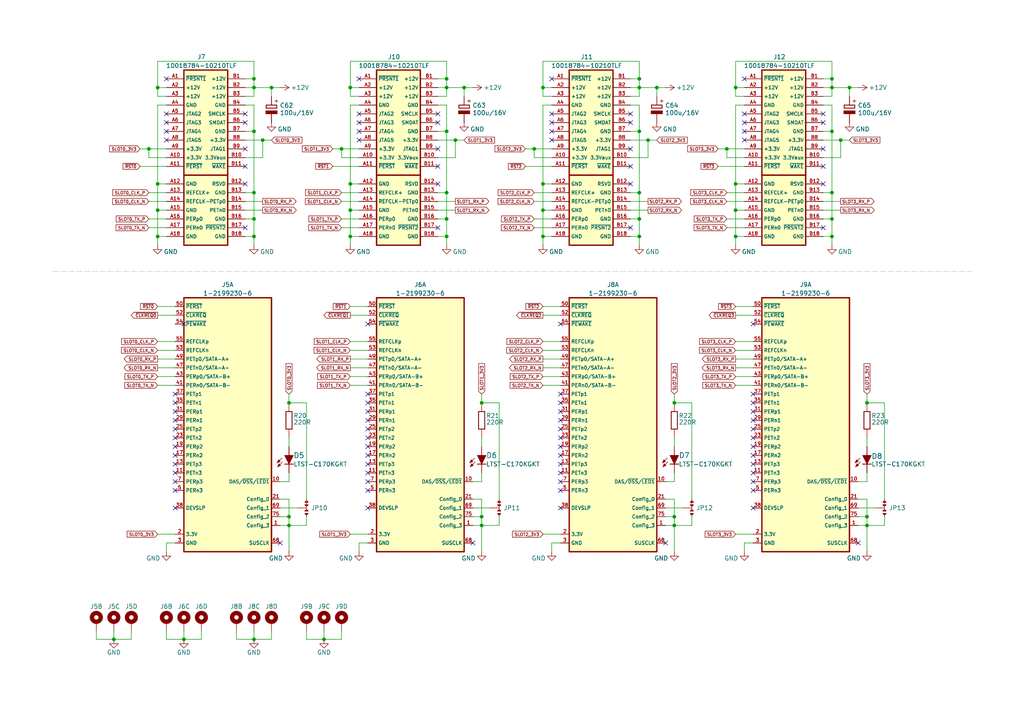
<source format=kicad_sch>
(kicad_sch (version 20231120) (generator "eeschema") (generator_version "8.0")
  (paper "A4")
  (title_block (date "2025-01-28") (rev "r1B1") (company "Chili.CHIPS"))
  (junction (at 73.66 22.86))
  (junction (at 185.42 25.4))
  (junction (at 246.38 25.4))
  (junction (at 99.06 43.18))
  (junction (at 139.7 149.86))
  (junction (at 195.58 152.4))
  (junction (at 45.72 60.96))
  (junction (at 101.6 60.96))
  (junction (at 129.54 38.1))
  (junction (at 157.48 60.96))
  (junction (at 129.54 55.88))
  (junction (at 157.48 25.4))
  (junction (at 73.66 25.4))
  (junction (at 251.46 152.4))
  (junction (at 83.82 152.4))
  (junction (at 251.46 116.84))
  (junction (at 129.54 25.4))
  (junction (at 134.62 25.4))
  (junction (at 213.36 60.96))
  (junction (at 190.5 25.4))
  (junction (at 241.3 22.86))
  (junction (at 213.36 25.4))
  (junction (at 45.72 25.4))
  (junction (at 241.3 55.88))
  (junction (at 139.7 116.84))
  (junction (at 185.42 38.1))
  (junction (at 185.42 22.86))
  (junction (at 73.66 68.58))
  (junction (at 213.36 68.58))
  (junction (at 83.82 116.84))
  (junction (at 101.6 68.58))
  (junction (at 195.58 149.86))
  (junction (at 241.3 63.5))
  (junction (at 129.54 68.58))
  (junction (at 185.42 55.88))
  (junction (at 241.3 25.4))
  (junction (at 210.82 43.18))
  (junction (at 101.6 25.4))
  (junction (at 157.48 68.58))
  (junction (at 157.48 53.34))
  (junction (at 195.58 116.84))
  (junction (at 78.74 25.4))
  (junction (at 73.66 55.88))
  (junction (at 33.02 185.42))
  (junction (at 129.54 63.5))
  (junction (at 154.94 43.18))
  (junction (at 73.66 63.5))
  (junction (at 45.72 53.34))
  (junction (at 53.34 185.42))
  (junction (at 185.42 63.5))
  (junction (at 243.84 40.64))
  (junction (at 43.18 43.18))
  (junction (at 132.08 40.64))
  (junction (at 45.72 68.58))
  (junction (at 73.66 38.1))
  (junction (at 76.2 40.64))
  (junction (at 101.6 53.34))
  (junction (at 185.42 68.58))
  (junction (at 129.54 22.86))
  (junction (at 93.98 185.42))
  (junction (at 241.3 38.1))
  (junction (at 139.7 152.4))
  (junction (at 73.66 185.42))
  (junction (at 251.46 149.86))
  (junction (at 83.82 149.86))
  (junction (at 241.3 68.58))
  (junction (at 213.36 53.34))
  (junction (at 187.96 40.64))
  (no_connect (at 218.44 147.32))
  (no_connect (at 71.12 53.34))
  (no_connect (at 182.88 33.02))
  (no_connect (at 162.56 142.24))
  (no_connect (at 182.88 43.18))
  (no_connect (at 106.68 119.38))
  (no_connect (at 160.02 35.56))
  (no_connect (at 50.8 134.62))
  (no_connect (at 127 48.26))
  (no_connect (at 238.76 53.34))
  (no_connect (at 48.26 40.64))
  (no_connect (at 137.16 157.48))
  (no_connect (at 160.02 22.86))
  (no_connect (at 218.44 132.08))
  (no_connect (at 218.44 137.16))
  (no_connect (at 218.44 114.3))
  (no_connect (at 50.8 119.38))
  (no_connect (at 106.68 93.98))
  (no_connect (at 182.88 53.34))
  (no_connect (at 162.56 137.16))
  (no_connect (at 50.8 132.08))
  (no_connect (at 160.02 38.1))
  (no_connect (at 162.56 121.92))
  (no_connect (at 104.14 33.02))
  (no_connect (at 50.8 116.84))
  (no_connect (at 162.56 93.98))
  (no_connect (at 193.04 157.48))
  (no_connect (at 50.8 124.46))
  (no_connect (at 48.26 38.1))
  (no_connect (at 106.68 142.24))
  (no_connect (at 182.88 66.04))
  (no_connect (at 162.56 124.46))
  (no_connect (at 127 33.02))
  (no_connect (at 162.56 114.3))
  (no_connect (at 215.9 40.64))
  (no_connect (at 162.56 134.62))
  (no_connect (at 71.12 48.26))
  (no_connect (at 48.26 35.56))
  (no_connect (at 162.56 147.32))
  (no_connect (at 50.8 129.54))
  (no_connect (at 106.68 134.62))
  (no_connect (at 71.12 43.18))
  (no_connect (at 162.56 116.84))
  (no_connect (at 215.9 38.1))
  (no_connect (at 50.8 127))
  (no_connect (at 106.68 137.16))
  (no_connect (at 53.34 93.98))
  (no_connect (at 104.14 22.86))
  (no_connect (at 215.9 33.02))
  (no_connect (at 127 43.18))
  (no_connect (at 50.8 114.3))
  (no_connect (at 238.76 35.56))
  (no_connect (at 106.68 129.54))
  (no_connect (at 160.02 40.64))
  (no_connect (at 48.26 33.02))
  (no_connect (at 106.68 132.08))
  (no_connect (at 182.88 35.56))
  (no_connect (at 218.44 116.84))
  (no_connect (at 127 35.56))
  (no_connect (at 81.28 157.48))
  (no_connect (at 71.12 33.02))
  (no_connect (at 106.68 114.3))
  (no_connect (at 104.14 38.1))
  (no_connect (at 218.44 93.98))
  (no_connect (at 218.44 129.54))
  (no_connect (at 215.9 35.56))
  (no_connect (at 218.44 127))
  (no_connect (at 104.14 35.56))
  (no_connect (at 50.8 137.16))
  (no_connect (at 218.44 121.92))
  (no_connect (at 106.68 127))
  (no_connect (at 182.88 48.26))
  (no_connect (at 106.68 124.46))
  (no_connect (at 162.56 127))
  (no_connect (at 50.8 121.92))
  (no_connect (at 71.12 66.04))
  (no_connect (at 162.56 139.7))
  (no_connect (at 238.76 48.26))
  (no_connect (at 218.44 134.62))
  (no_connect (at 50.8 139.7))
  (no_connect (at 71.12 35.56))
  (no_connect (at 106.68 121.92))
  (no_connect (at 248.92 157.48))
  (no_connect (at 104.14 40.64))
  (no_connect (at 218.44 124.46))
  (no_connect (at 218.44 142.24))
  (no_connect (at 238.76 33.02))
  (no_connect (at 162.56 129.54))
  (no_connect (at 162.56 132.08))
  (no_connect (at 238.76 43.18))
  (no_connect (at 218.44 139.7))
  (no_connect (at 127 53.34))
  (no_connect (at 160.02 33.02))
  (no_connect (at 106.68 139.7))
  (no_connect (at 162.56 119.38))
  (no_connect (at 238.76 66.04))
  (no_connect (at 48.26 22.86))
  (no_connect (at 218.44 119.38))
  (no_connect (at 50.8 142.24))
  (no_connect (at 215.9 22.86))
  (no_connect (at 127 66.04))
  (no_connect (at 50.8 147.32))
  (no_connect (at 106.68 116.84))
  (no_connect (at 106.68 147.32))
  (wire (pts (xy 129.54 68.58) (xy 129.54 63.5)))
  (wire (pts (xy 78.74 182.88) (xy 78.74 185.42)))
  (wire (pts (xy 50.8 157.48) (xy 48.26 157.48)))
  (wire (pts (xy 241.3 22.86) (xy 241.3 17.78)))
  (wire (pts (xy 73.66 38.1) (xy 73.66 55.88)))
  (wire (pts (xy 241.3 68.58) (xy 241.3 71.12)))
  (wire (pts (xy 215.9 27.94) (xy 213.36 27.94)))
  (wire (pts (xy 243.84 45.72) (xy 238.76 45.72)))
  (wire (pts (xy 193.04 144.78) (xy 195.58 144.78)))
  (wire (pts (xy 200.66 116.84) (xy 200.66 144.78)))
  (wire (pts (xy 129.54 22.86) (xy 129.54 25.4)))
  (wire (pts (xy 104.14 27.94) (xy 101.6 27.94)))
  (wire (pts (xy 185.42 38.1) (xy 182.88 38.1)))
  (wire (pts (xy 160.02 30.48) (xy 157.48 30.48)))
  (wire (pts (xy 251.46 116.84) (xy 256.54 116.84)))
  (wire (pts (xy 83.82 149.86) (xy 83.82 152.4)))
  (wire (pts (xy 43.18 45.72) (xy 48.26 45.72)))
  (wire (pts (xy 129.54 30.48) (xy 129.54 38.1)))
  (wire (pts (xy 88.9 116.84) (xy 88.9 144.78)))
  (wire (pts (xy 215.9 53.34) (xy 213.36 53.34)))
  (wire (pts (xy 83.82 144.78) (xy 83.82 149.86)))
  (wire (pts (xy 132.08 45.72) (xy 127 45.72)))
  (wire (pts (xy 157.48 60.96) (xy 157.48 68.58)))
  (wire (pts (xy 45.72 106.68) (xy 50.8 106.68)))
  (wire (pts (xy 213.36 68.58) (xy 213.36 71.12)))
  (wire (pts (xy 33.02 185.42) (xy 38.1 185.42)))
  (wire (pts (xy 93.98 185.42) (xy 99.06 185.42)))
  (wire (pts (xy 104.14 48.26) (xy 96.52 48.26)))
  (wire (pts (xy 139.7 114.3) (xy 139.7 116.84)))
  (wire (pts (xy 73.66 68.58) (xy 73.66 71.12)))
  (wire (pts (xy 218.44 88.9) (xy 213.36 88.9)))
  (wire (pts (xy 129.54 17.78) (xy 101.6 17.78)))
  (wire (pts (xy 129.54 27.94) (xy 127 27.94)))
  (wire (pts (xy 139.7 152.4) (xy 139.7 160.02)))
  (wire (pts (xy 45.72 60.96) (xy 48.26 60.96)))
  (wire (pts (xy 210.82 58.42) (xy 215.9 58.42)))
  (wire (pts (xy 241.3 17.78) (xy 213.36 17.78)))
  (wire (pts (xy 185.42 55.88) (xy 185.42 63.5)))
  (wire (pts (xy 99.06 55.88) (xy 104.14 55.88)))
  (wire (pts (xy 241.3 22.86) (xy 241.3 25.4)))
  (wire (pts (xy 71.12 30.48) (xy 73.66 30.48)))
  (wire (pts (xy 248.92 147.32) (xy 254 147.32)))
  (wire (pts (xy 45.72 101.6) (xy 50.8 101.6)))
  (wire (pts (xy 88.9 182.88) (xy 88.9 185.42)))
  (wire (pts (xy 101.6 60.96) (xy 104.14 60.96)))
  (wire (pts (xy 160.02 43.18) (xy 154.94 43.18)))
  (wire (pts (xy 157.48 68.58) (xy 160.02 68.58)))
  (wire (pts (xy 139.7 149.86) (xy 139.7 152.4)))
  (wire (pts (xy 215.9 48.26) (xy 208.28 48.26)))
  (wire (pts (xy 101.6 109.22) (xy 106.68 109.22)))
  (wire (pts (xy 104.14 25.4) (xy 101.6 25.4)))
  (wire (pts (xy 137.16 25.4) (xy 134.62 25.4)))
  (wire (pts (xy 48.26 182.88) (xy 48.26 185.42)))
  (wire (pts (xy 83.82 152.4) (xy 88.9 152.4)))
  (wire (pts (xy 78.74 25.4) (xy 78.74 27.94)))
  (wire (pts (xy 129.54 38.1) (xy 129.54 55.88)))
  (wire (pts (xy 101.6 27.94) (xy 101.6 25.4)))
  (wire (pts (xy 73.66 22.86) (xy 73.66 17.78)))
  (wire (pts (xy 213.36 91.44) (xy 218.44 91.44)))
  (wire (pts (xy 248.92 149.86) (xy 251.46 149.86)))
  (wire (pts (xy 185.42 68.58) (xy 185.42 71.12)))
  (wire (pts (xy 185.42 30.48) (xy 185.42 38.1)))
  (wire (pts (xy 190.5 25.4) (xy 190.5 27.94)))
  (wire (pts (xy 45.72 30.48) (xy 45.72 53.34)))
  (wire (pts (xy 185.42 22.86) (xy 185.42 17.78)))
  (wire (pts (xy 157.48 104.14) (xy 162.56 104.14)))
  (wire (pts (xy 238.76 60.96) (xy 243.84 60.96)))
  (wire (pts (xy 81.28 147.32) (xy 86.36 147.32)))
  (wire (pts (xy 190.5 25.4) (xy 185.42 25.4)))
  (wire (pts (xy 71.12 60.96) (xy 76.2 60.96)))
  (wire (pts (xy 129.54 55.88) (xy 127 55.88)))
  (wire (pts (xy 218.44 157.48) (xy 215.9 157.48)))
  (wire (pts (xy 215.9 30.48) (xy 213.36 30.48)))
  (wire (pts (xy 81.28 144.78) (xy 83.82 144.78)))
  (wire (pts (xy 99.06 45.72) (xy 104.14 45.72)))
  (wire (pts (xy 213.36 99.06) (xy 218.44 99.06)))
  (wire (pts (xy 139.7 127) (xy 139.7 129.54)))
  (wire (pts (xy 213.36 30.48) (xy 213.36 53.34)))
  (wire (pts (xy 101.6 106.68) (xy 106.68 106.68)))
  (wire (pts (xy 73.66 185.42) (xy 78.74 185.42)))
  (wire (pts (xy 157.48 91.44) (xy 162.56 91.44)))
  (wire (pts (xy 213.36 53.34) (xy 213.36 60.96)))
  (wire (pts (xy 104.14 53.34) (xy 101.6 53.34)))
  (wire (pts (xy 101.6 30.48) (xy 101.6 53.34)))
  (wire (pts (xy 73.66 68.58) (xy 73.66 63.5)))
  (wire (pts (xy 73.66 17.78) (xy 45.72 17.78)))
  (wire (pts (xy 58.42 182.88) (xy 58.42 185.42)))
  (wire (pts (xy 154.94 55.88) (xy 160.02 55.88)))
  (wire (pts (xy 45.72 91.44) (xy 50.8 91.44)))
  (wire (pts (xy 241.3 55.88) (xy 238.76 55.88)))
  (wire (pts (xy 27.94 182.88) (xy 27.94 185.42)))
  (wire (pts (xy 215.9 43.18) (xy 210.82 43.18)))
  (wire (pts (xy 157.48 109.22) (xy 162.56 109.22)))
  (wire (pts (xy 83.82 152.4) (xy 83.82 160.02)))
  (wire (pts (xy 154.94 66.04) (xy 160.02 66.04)))
  (wire (pts (xy 73.66 55.88) (xy 71.12 55.88)))
  (wire (pts (xy 251.46 152.4) (xy 256.54 152.4)))
  (wire (pts (xy 93.98 182.88) (xy 93.98 185.42)))
  (wire (pts (xy 104.14 43.18) (xy 99.06 43.18)))
  (wire (pts (xy 134.62 40.64) (xy 132.08 40.64)))
  (wire (pts (xy 160.02 53.34) (xy 157.48 53.34)))
  (wire (pts (xy 73.66 25.4) (xy 71.12 25.4)))
  (wire (pts (xy 73.66 22.86) (xy 71.12 22.86)))
  (wire (pts (xy 45.72 60.96) (xy 45.72 68.58)))
  (wire (pts (xy 182.88 63.5) (xy 185.42 63.5)))
  (wire (pts (xy 101.6 68.58) (xy 101.6 71.12)))
  (wire (pts (xy 45.72 27.94) (xy 45.72 25.4)))
  (wire (pts (xy 193.04 25.4) (xy 190.5 25.4)))
  (wire (pts (xy 83.82 116.84) (xy 88.9 116.84)))
  (wire (pts (xy 45.72 53.34) (xy 45.72 60.96)))
  (wire (pts (xy 152.4 43.18) (xy 154.94 43.18)))
  (wire (pts (xy 157.48 60.96) (xy 160.02 60.96)))
  (wire (pts (xy 53.34 185.42) (xy 58.42 185.42)))
  (wire (pts (xy 127 30.48) (xy 129.54 30.48)))
  (wire (pts (xy 45.72 68.58) (xy 48.26 68.58)))
  (wire (pts (xy 88.9 185.42) (xy 93.98 185.42)))
  (wire (pts (xy 73.66 25.4) (xy 73.66 27.94)))
  (wire (pts (xy 256.54 152.4) (xy 256.54 149.86)))
  (wire (pts (xy 45.72 111.76) (xy 50.8 111.76)))
  (wire (pts (xy 195.58 127) (xy 195.58 129.54)))
  (wire (pts (xy 195.58 149.86) (xy 195.58 152.4)))
  (wire (pts (xy 182.88 60.96) (xy 187.96 60.96)))
  (wire (pts (xy 101.6 68.58) (xy 104.14 68.58)))
  (wire (pts (xy 129.54 38.1) (xy 127 38.1)))
  (wire (pts (xy 187.96 40.64) (xy 187.96 45.72)))
  (wire (pts (xy 129.54 22.86) (xy 127 22.86)))
  (wire (pts (xy 73.66 55.88) (xy 73.66 63.5)))
  (wire (pts (xy 241.3 68.58) (xy 241.3 63.5)))
  (wire (pts (xy 48.26 43.18) (xy 43.18 43.18)))
  (wire (pts (xy 160.02 27.94) (xy 157.48 27.94)))
  (wire (pts (xy 83.82 139.7) (xy 83.82 137.16)))
  (wire (pts (xy 241.3 55.88) (xy 241.3 63.5)))
  (wire (pts (xy 185.42 25.4) (xy 182.88 25.4)))
  (wire (pts (xy 73.66 30.48) (xy 73.66 38.1)))
  (wire (pts (xy 241.3 27.94) (xy 238.76 27.94)))
  (wire (pts (xy 248.92 144.78) (xy 251.46 144.78)))
  (wire (pts (xy 129.54 55.88) (xy 129.54 63.5)))
  (wire (pts (xy 215.9 25.4) (xy 213.36 25.4)))
  (wire (pts (xy 43.18 43.18) (xy 43.18 45.72)))
  (wire (pts (xy 48.26 53.34) (xy 45.72 53.34)))
  (wire (pts (xy 101.6 60.96) (xy 101.6 68.58)))
  (wire (pts (xy 99.06 182.88) (xy 99.06 185.42)))
  (wire (pts (xy 195.58 152.4) (xy 200.66 152.4)))
  (wire (pts (xy 157.48 111.76) (xy 162.56 111.76)))
  (wire (pts (xy 43.18 66.04) (xy 48.26 66.04)))
  (wire (pts (xy 101.6 17.78) (xy 101.6 25.4)))
  (wire (pts (xy 238.76 63.5) (xy 241.3 63.5)))
  (wire (pts (xy 241.3 38.1) (xy 241.3 55.88)))
  (wire (pts (xy 241.3 38.1) (xy 238.76 38.1)))
  (wire (pts (xy 251.46 114.3) (xy 251.46 116.84)))
  (wire (pts (xy 137.16 152.4) (xy 139.7 152.4)))
  (wire (pts (xy 71.12 58.42) (xy 76.2 58.42)))
  (wire (pts (xy 45.72 99.06) (xy 50.8 99.06)))
  (wire (pts (xy 160.02 25.4) (xy 157.48 25.4)))
  (wire (pts (xy 243.84 40.64) (xy 238.76 40.64)))
  (wire (pts (xy 48.26 185.42) (xy 53.34 185.42)))
  (wire (pts (xy 101.6 53.34) (xy 101.6 60.96)))
  (wire (pts (xy 83.82 127) (xy 83.82 129.54)))
  (wire (pts (xy 76.2 45.72) (xy 71.12 45.72)))
  (wire (pts (xy 127 63.5) (xy 129.54 63.5)))
  (wire (pts (xy 132.08 40.64) (xy 132.08 45.72)))
  (wire (pts (xy 144.78 152.4) (xy 144.78 149.86)))
  (polyline (pts (xy 15.24 78.74) (xy 281.94 78.74)) (stroke (width 0.1524) (type dash) (color 194 194 194 1)))
  (wire (pts (xy 43.18 58.42) (xy 48.26 58.42)))
  (wire (pts (xy 144.78 116.84) (xy 144.78 144.78)))
  (wire (pts (xy 185.42 38.1) (xy 185.42 55.88)))
  (wire (pts (xy 213.36 17.78) (xy 213.36 25.4)))
  (wire (pts (xy 243.84 40.64) (xy 243.84 45.72)))
  (wire (pts (xy 154.94 43.18) (xy 154.94 45.72)))
  (wire (pts (xy 162.56 157.48) (xy 160.02 157.48)))
  (wire (pts (xy 71.12 68.58) (xy 73.66 68.58)))
  (wire (pts (xy 208.28 43.18) (xy 210.82 43.18)))
  (wire (pts (xy 88.9 152.4) (xy 88.9 149.86)))
  (wire (pts (xy 213.36 27.94) (xy 213.36 25.4)))
  (wire (pts (xy 157.48 106.68) (xy 162.56 106.68)))
  (wire (pts (xy 213.36 60.96) (xy 213.36 68.58)))
  (wire (pts (xy 195.58 114.3) (xy 195.58 116.84)))
  (wire (pts (xy 53.34 182.88) (xy 53.34 185.42)))
  (wire (pts (xy 50.8 88.9) (xy 45.72 88.9)))
  (wire (pts (xy 139.7 139.7) (xy 139.7 137.16)))
  (wire (pts (xy 195.58 152.4) (xy 195.58 160.02)))
  (wire (pts (xy 73.66 22.86) (xy 73.66 25.4)))
  (wire (pts (xy 193.04 152.4) (xy 195.58 152.4)))
  (wire (pts (xy 241.3 30.48) (xy 241.3 38.1)))
  (wire (pts (xy 182.88 30.48) (xy 185.42 30.48)))
  (wire (pts (xy 132.08 40.64) (xy 127 40.64)))
  (wire (pts (xy 127 58.42) (xy 132.08 58.42)))
  (wire (pts (xy 48.26 27.94) (xy 45.72 27.94)))
  (wire (pts (xy 137.16 139.7) (xy 139.7 139.7)))
  (wire (pts (xy 248.92 152.4) (xy 251.46 152.4)))
  (wire (pts (xy 73.66 182.88) (xy 73.66 185.42)))
  (wire (pts (xy 127 68.58) (xy 129.54 68.58)))
  (wire (pts (xy 251.46 149.86) (xy 251.46 152.4)))
  (wire (pts (xy 248.92 139.7) (xy 251.46 139.7)))
  (wire (pts (xy 238.76 58.42) (xy 243.84 58.42)))
  (wire (pts (xy 200.66 152.4) (xy 200.66 149.86)))
  (wire (pts (xy 81.28 25.4) (xy 78.74 25.4)))
  (wire (pts (xy 210.82 55.88) (xy 215.9 55.88)))
  (wire (pts (xy 185.42 68.58) (xy 185.42 63.5)))
  (wire (pts (xy 193.04 147.32) (xy 198.12 147.32)))
  (wire (pts (xy 195.58 144.78) (xy 195.58 149.86)))
  (wire (pts (xy 185.42 17.78) (xy 157.48 17.78)))
  (wire (pts (xy 246.38 40.64) (xy 243.84 40.64)))
  (wire (pts (xy 157.48 27.94) (xy 157.48 25.4)))
  (wire (pts (xy 195.58 116.84) (xy 200.66 116.84)))
  (wire (pts (xy 187.96 45.72) (xy 182.88 45.72)))
  (wire (pts (xy 48.26 30.48) (xy 45.72 30.48)))
  (wire (pts (xy 241.3 25.4) (xy 238.76 25.4)))
  (wire (pts (xy 154.94 63.5) (xy 160.02 63.5)))
  (wire (pts (xy 154.94 58.42) (xy 160.02 58.42)))
  (wire (pts (xy 246.38 25.4) (xy 246.38 27.94)))
  (wire (pts (xy 137.16 144.78) (xy 139.7 144.78)))
  (wire (pts (xy 45.72 104.14) (xy 50.8 104.14)))
  (wire (pts (xy 185.42 22.86) (xy 185.42 25.4)))
  (wire (pts (xy 157.48 154.94) (xy 162.56 154.94)))
  (wire (pts (xy 139.7 116.84) (xy 144.78 116.84)))
  (wire (pts (xy 248.92 25.4) (xy 246.38 25.4)))
  (wire (pts (xy 129.54 25.4) (xy 127 25.4)))
  (wire (pts (xy 213.36 101.6) (xy 218.44 101.6)))
  (wire (pts (xy 134.62 25.4) (xy 134.62 27.94)))
  (wire (pts (xy 83.82 114.3) (xy 83.82 116.84)))
  (wire (pts (xy 157.48 17.78) (xy 157.48 25.4)))
  (wire (pts (xy 68.58 182.88) (xy 68.58 185.42)))
  (wire (pts (xy 81.28 152.4) (xy 83.82 152.4)))
  (wire (pts (xy 48.26 25.4) (xy 45.72 25.4)))
  (wire (pts (xy 157.48 101.6) (xy 162.56 101.6)))
  (wire (pts (xy 251.46 139.7) (xy 251.46 137.16)))
  (wire (pts (xy 182.88 68.58) (xy 185.42 68.58)))
  (wire (pts (xy 210.82 43.18) (xy 210.82 45.72)))
  (wire (pts (xy 106.68 157.48) (xy 104.14 157.48)))
  (wire (pts (xy 101.6 101.6) (xy 106.68 101.6)))
  (wire (pts (xy 187.96 40.64) (xy 182.88 40.64)))
  (wire (pts (xy 127 60.96) (xy 132.08 60.96)))
  (wire (pts (xy 238.76 30.48) (xy 241.3 30.48)))
  (wire (pts (xy 157.48 68.58) (xy 157.48 71.12)))
  (wire (pts (xy 195.58 139.7) (xy 195.58 137.16)))
  (wire (pts (xy 106.68 88.9) (xy 101.6 88.9)))
  (wire (pts (xy 160.02 48.26) (xy 152.4 48.26)))
  (wire (pts (xy 182.88 58.42) (xy 187.96 58.42)))
  (wire (pts (xy 213.36 68.58) (xy 215.9 68.58)))
  (wire (pts (xy 162.56 88.9) (xy 157.48 88.9)))
  (wire (pts (xy 68.58 185.42) (xy 73.66 185.42)))
  (wire (pts (xy 129.54 22.86) (xy 129.54 17.78)))
  (wire (pts (xy 213.36 154.94) (xy 218.44 154.94)))
  (wire (pts (xy 251.46 127) (xy 251.46 129.54)))
  (wire (pts (xy 99.06 66.04) (xy 104.14 66.04)))
  (wire (pts (xy 139.7 152.4) (xy 144.78 152.4)))
  (wire (pts (xy 190.5 40.64) (xy 187.96 40.64)))
  (wire (pts (xy 40.64 43.18) (xy 43.18 43.18)))
  (wire (pts (xy 73.66 27.94) (xy 71.12 27.94)))
  (wire (pts (xy 76.2 40.64) (xy 71.12 40.64)))
  (wire (pts (xy 81.28 139.7) (xy 83.82 139.7)))
  (wire (pts (xy 246.38 25.4) (xy 241.3 25.4)))
  (wire (pts (xy 43.18 63.5) (xy 48.26 63.5)))
  (wire (pts (xy 137.16 147.32) (xy 142.24 147.32)))
  (wire (pts (xy 96.52 43.18) (xy 99.06 43.18)))
  (wire (pts (xy 129.54 68.58) (xy 129.54 71.12)))
  (wire (pts (xy 185.42 27.94) (xy 182.88 27.94)))
  (wire (pts (xy 101.6 111.76) (xy 106.68 111.76)))
  (wire (pts (xy 215.9 157.48) (xy 215.9 160.02)))
  (wire (pts (xy 154.94 45.72) (xy 160.02 45.72)))
  (wire (pts (xy 193.04 139.7) (xy 195.58 139.7)))
  (wire (pts (xy 256.54 116.84) (xy 256.54 144.78)))
  (wire (pts (xy 251.46 152.4) (xy 251.46 160.02)))
  (wire (pts (xy 157.48 30.48) (xy 157.48 53.34)))
  (wire (pts (xy 185.42 25.4) (xy 185.42 27.94)))
  (wire (pts (xy 213.36 109.22) (xy 218.44 109.22)))
  (wire (pts (xy 73.66 38.1) (xy 71.12 38.1)))
  (wire (pts (xy 241.3 22.86) (xy 238.76 22.86)))
  (wire (pts (xy 99.06 43.18) (xy 99.06 45.72)))
  (wire (pts (xy 33.02 182.88) (xy 33.02 185.42)))
  (wire (pts (xy 104.14 157.48) (xy 104.14 160.02)))
  (wire (pts (xy 43.18 55.88) (xy 48.26 55.88)))
  (wire (pts (xy 48.26 48.26) (xy 40.64 48.26)))
  (wire (pts (xy 45.72 68.58) (xy 45.72 71.12)))
  (wire (pts (xy 137.16 149.86) (xy 139.7 149.86)))
  (wire (pts (xy 99.06 63.5) (xy 104.14 63.5)))
  (wire (pts (xy 213.36 60.96) (xy 215.9 60.96)))
  (wire (pts (xy 101.6 154.94) (xy 106.68 154.94)))
  (wire (pts (xy 45.72 17.78) (xy 45.72 25.4)))
  (wire (pts (xy 45.72 154.94) (xy 50.8 154.94)))
  (wire (pts (xy 45.72 109.22) (xy 50.8 109.22)))
  (wire (pts (xy 78.74 40.64) (xy 76.2 40.64)))
  (wire (pts (xy 157.48 99.06) (xy 162.56 99.06)))
  (wire (pts (xy 76.2 40.64) (xy 76.2 45.72)))
  (wire (pts (xy 238.76 68.58) (xy 241.3 68.58)))
  (wire (pts (xy 251.46 144.78) (xy 251.46 149.86)))
  (wire (pts (xy 210.82 45.72) (xy 215.9 45.72)))
  (wire (pts (xy 101.6 99.06) (xy 106.68 99.06)))
  (wire (pts (xy 157.48 53.34) (xy 157.48 60.96)))
  (wire (pts (xy 134.62 25.4) (xy 129.54 25.4)))
  (wire (pts (xy 99.06 58.42) (xy 104.14 58.42)))
  (wire (pts (xy 101.6 104.14) (xy 106.68 104.14)))
  (wire (pts (xy 81.28 149.86) (xy 83.82 149.86)))
  (wire (pts (xy 48.26 157.48) (xy 48.26 160.02)))
  (wire (pts (xy 213.36 104.14) (xy 218.44 104.14)))
  (wire (pts (xy 101.6 91.44) (xy 106.68 91.44)))
  (wire (pts (xy 193.04 149.86) (xy 195.58 149.86)))
  (wire (pts (xy 78.74 25.4) (xy 73.66 25.4)))
  (wire (pts (xy 104.14 30.48) (xy 101.6 30.48)))
  (wire (pts (xy 71.12 63.5) (xy 73.66 63.5)))
  (wire (pts (xy 213.36 106.68) (xy 218.44 106.68)))
  (wire (pts (xy 241.3 25.4) (xy 241.3 27.94)))
  (wire (pts (xy 38.1 182.88) (xy 38.1 185.42)))
  (wire (pts (xy 185.42 55.88) (xy 182.88 55.88)))
  (wire (pts (xy 160.02 157.48) (xy 160.02 160.02)))
  (wire (pts (xy 185.42 22.86) (xy 182.88 22.86)))
  (wire (pts (xy 210.82 66.04) (xy 215.9 66.04)))
  (wire (pts (xy 210.82 63.5) (xy 215.9 63.5)))
  (wire (pts (xy 129.54 25.4) (xy 129.54 27.94)))
  (wire (pts (xy 27.94 185.42) (xy 33.02 185.42)))
  (wire (pts (xy 213.36 111.76) (xy 218.44 111.76)))
  (wire (pts (xy 139.7 144.78) (xy 139.7 149.86)))
  (global_label "~{RST2}" (shape input) (at 152.4 48.26 180) (effects (font (size 0.889 0.889))) (property "Intersheetrefs" "${INTERSHEET_REFS}" (effects (hide yes))))
  (global_label "SLOT1_CLK_P" (shape input) (at 99.06 55.88 180) (effects (font (size 0.889 0.889))) (property "Intersheetrefs" "${INTERSHEET_REFS}" (effects (hide yes))))
  (global_label "SLOT0_3V3" (shape input) (at 45.72 154.94 180) (effects (font (size 0.889 0.889))) (property "Intersheetrefs" "${INTERSHEET_REFS}" (effects (hide yes))))
  (global_label "SLOT0_TX_N" (shape input) (at 45.72 111.76 180) (effects (font (size 0.889 0.889))) (property "Intersheetrefs" "${INTERSHEET_REFS}" (effects (hide yes))))
  (global_label "SLOT3_RX_N" (shape output) (at 213.36 106.68 180) (effects (font (size 0.889 0.889))) (property "Intersheetrefs" "${INTERSHEET_REFS}" (effects (hide yes))))
  (global_label "SLOT0_RX_P" (shape output) (at 76.2 58.42 0) (effects (font (size 0.889 0.889))) (property "Intersheetrefs" "${INTERSHEET_REFS}" (effects (hide yes))))
  (global_label "SLOT1_CLK_P" (shape input) (at 101.6 99.06 180) (effects (font (size 0.889 0.889))) (property "Intersheetrefs" "${INTERSHEET_REFS}" (effects (hide yes))))
  (global_label "SLOT1_CLK_N" (shape input) (at 101.6 101.6 180) (effects (font (size 0.889 0.889))) (property "Intersheetrefs" "${INTERSHEET_REFS}" (effects (hide yes))))
  (global_label "SLOT0_RX_N" (shape output) (at 45.72 106.68 180) (effects (font (size 0.889 0.889))) (property "Intersheetrefs" "${INTERSHEET_REFS}" (effects (hide yes))))
  (global_label "~{RST0}" (shape input) (at 45.72 88.9 180) (effects (font (size 0.889 0.889))) (property "Intersheetrefs" "${INTERSHEET_REFS}" (effects (hide yes))))
  (global_label "~{RST0}" (shape input) (at 40.64 48.26 180) (effects (font (size 0.889 0.889))) (property "Intersheetrefs" "${INTERSHEET_REFS}" (effects (hide yes))))
  (global_label "SLOT1_RX_P" (shape output) (at 132.08 58.42 0) (effects (font (size 0.889 0.889))) (property "Intersheetrefs" "${INTERSHEET_REFS}" (effects (hide yes))))
  (global_label "SLOT0_3V3" (shape input) (at 40.64 43.18 180) (effects (font (size 0.889 0.889))) (property "Intersheetrefs" "${INTERSHEET_REFS}" (effects (hide yes))))
  (global_label "SLOT0_TX_P" (shape input) (at 45.72 109.22 180) (effects (font (size 0.889 0.889))) (property "Intersheetrefs" "${INTERSHEET_REFS}" (effects (hide yes))))
  (global_label "SLOT0_3V3" (shape input) (at 78.74 40.64 0) (effects (font (size 0.889 0.889))) (property "Intersheetrefs" "${INTERSHEET_REFS}" (effects (hide yes))))
  (global_label "~{CLKREQ1}" (shape output) (at 101.6 91.44 180) (effects (font (size 0.889 0.889))) (property "Intersheetrefs" "${INTERSHEET_REFS}" (effects (hide yes))))
  (global_label "SLOT2_CLK_P" (shape input) (at 157.48 99.06 180) (effects (font (size 0.889 0.889))) (property "Intersheetrefs" "${INTERSHEET_REFS}" (effects (hide yes))))
  (global_label "SLOT0_CLK_N" (shape input) (at 45.72 101.6 180) (effects (font (size 0.889 0.889))) (property "Intersheetrefs" "${INTERSHEET_REFS}" (effects (hide yes))))
  (global_label "SLOT1_3V3" (shape input) (at 101.6 154.94 180) (effects (font (size 0.889 0.889))) (property "Intersheetrefs" "${INTERSHEET_REFS}" (effects (hide yes))))
  (global_label "SLOT2_TX_P" (shape input) (at 154.94 63.5 180) (effects (font (size 0.889 0.889))) (property "Intersheetrefs" "${INTERSHEET_REFS}" (effects (hide yes))))
  (global_label "SLOT1_3V3" (shape input) (at 96.52 43.18 180) (effects (font (size 0.889 0.889))) (property "Intersheetrefs" "${INTERSHEET_REFS}" (effects (hide yes))))
  (global_label "SLOT3_3V3" (shape input) (at 208.28 43.18 180) (effects (font (size 0.889 0.889))) (property "Intersheetrefs" "${INTERSHEET_REFS}" (effects (hide yes))))
  (global_label "SLOT2_CLK_N" (shape input) (at 154.94 58.42 180) (effects (font (size 0.889 0.889))) (property "Intersheetrefs" "${INTERSHEET_REFS}" (effects (hide yes))))
  (global_label "SLOT1_CLK_N" (shape input) (at 99.06 58.42 180) (effects (font (size 0.889 0.889))) (property "Intersheetrefs" "${INTERSHEET_REFS}" (effects (hide yes))))
  (global_label "SLOT1_TX_N" (shape input) (at 99.06 66.04 180) (effects (font (size 0.889 0.889))) (property "Intersheetrefs" "${INTERSHEET_REFS}" (effects (hide yes))))
  (global_label "SLOT1_TX_N" (shape input) (at 101.6 111.76 180) (effects (font (size 0.889 0.889))) (property "Intersheetrefs" "${INTERSHEET_REFS}" (effects (hide yes))))
  (global_label "SLOT1_RX_N" (shape output) (at 132.08 60.96 0) (effects (font (size 0.889 0.889))) (property "Intersheetrefs" "${INTERSHEET_REFS}" (effects (hide yes))))
  (global_label "SLOT3_RX_P" (shape output) (at 213.36 104.14 180) (effects (font (size 0.889 0.889))) (property "Intersheetrefs" "${INTERSHEET_REFS}" (effects (hide yes))))
  (global_label "SLOT0_RX_P" (shape output) (at 45.72 104.14 180) (effects (font (size 0.889 0.889))) (property "Intersheetrefs" "${INTERSHEET_REFS}" (effects (hide yes))))
  (global_label "~{CLKREQ3}" (shape output) (at 213.36 91.44 180) (effects (font (size 0.889 0.889))) (property "Intersheetrefs" "${INTERSHEET_REFS}" (effects (hide yes))))
  (global_label "SLOT3_3V3" (shape input) (at 213.36 154.94 180) (effects (font (size 0.889 0.889))) (property "Intersheetrefs" "${INTERSHEET_REFS}" (effects (hide yes))))
  (global_label "SLOT0_3V3" (shape input) (at 83.82 114.3 90) (effects (font (size 0.889 0.889))) (property "Intersheetrefs" "${INTERSHEET_REFS}" (effects (hide yes))))
  (global_label "SLOT0_TX_N" (shape input) (at 43.18 66.04 180) (effects (font (size 0.889 0.889))) (property "Intersheetrefs" "${INTERSHEET_REFS}" (effects (hide yes))))
  (global_label "SLOT2_TX_N" (shape input) (at 154.94 66.04 180) (effects (font (size 0.889 0.889))) (property "Intersheetrefs" "${INTERSHEET_REFS}" (effects (hide yes))))
  (global_label "~{RST2}" (shape input) (at 157.48 88.9 180) (effects (font (size 0.889 0.889))) (property "Intersheetrefs" "${INTERSHEET_REFS}" (effects (hide yes))))
  (global_label "SLOT0_CLK_N" (shape input) (at 43.18 58.42 180) (effects (font (size 0.889 0.889))) (property "Intersheetrefs" "${INTERSHEET_REFS}" (effects (hide yes))))
  (global_label "SLOT2_3V3" (shape input) (at 152.4 43.18 180) (effects (font (size 0.889 0.889))) (property "Intersheetrefs" "${INTERSHEET_REFS}" (effects (hide yes))))
  (global_label "SLOT0_CLK_P" (shape input) (at 45.72 99.06 180) (effects (font (size 0.889 0.889))) (property "Intersheetrefs" "${INTERSHEET_REFS}" (effects (hide yes))))
  (global_label "~{RST3}" (shape input) (at 208.28 48.26 180) (effects (font (size 0.889 0.889))) (property "Intersheetrefs" "${INTERSHEET_REFS}" (effects (hide yes))))
  (global_label "SLOT3_CLK_P" (shape input) (at 213.36 99.06 180) (effects (font (size 0.889 0.889))) (property "Intersheetrefs" "${INTERSHEET_REFS}" (effects (hide yes))))
  (global_label "~{CLKREQ2}" (shape output) (at 157.48 91.44 180) (effects (font (size 0.889 0.889))) (property "Intersheetrefs" "${INTERSHEET_REFS}" (effects (hide yes))))
  (global_label "SLOT2_3V3" (shape input) (at 190.5 40.64 0) (effects (font (size 0.889 0.889))) (property "Intersheetrefs" "${INTERSHEET_REFS}" (effects (hide yes))))
  (global_label "SLOT2_RX_P" (shape output) (at 187.96 58.42 0) (effects (font (size 0.889 0.889))) (property "Intersheetrefs" "${INTERSHEET_REFS}" (effects (hide yes))))
  (global_label "SLOT1_RX_N" (shape output) (at 101.6 106.68 180) (effects (font (size 0.889 0.889))) (property "Intersheetrefs" "${INTERSHEET_REFS}" (effects (hide yes))))
  (global_label "SLOT3_CLK_N" (shape input) (at 213.36 101.6 180) (effects (font (size 0.889 0.889))) (property "Intersheetrefs" "${INTERSHEET_REFS}" (effects (hide yes))))
  (global_label "~{CLKREQ0}" (shape output) (at 45.72 91.44 180) (effects (font (size 0.889 0.889))) (property "Intersheetrefs" "${INTERSHEET_REFS}" (effects (hide yes))))
  (global_label "SLOT1_TX_P" (shape input) (at 101.6 109.22 180) (effects (font (size 0.889 0.889))) (property "Intersheetrefs" "${INTERSHEET_REFS}" (effects (hide yes))))
  (global_label "SLOT3_TX_N" (shape input) (at 213.36 111.76 180) (effects (font (size 0.889 0.889))) (property "Intersheetrefs" "${INTERSHEET_REFS}" (effects (hide yes))))
  (global_label "~{RST3}" (shape input) (at 213.36 88.9 180) (effects (font (size 0.889 0.889))) (property "Intersheetrefs" "${INTERSHEET_REFS}" (effects (hide yes))))
  (global_label "SLOT1_TX_P" (shape input) (at 99.06 63.5 180) (effects (font (size 0.889 0.889))) (property "Intersheetrefs" "${INTERSHEET_REFS}" (effects (hide yes))))
  (global_label "SLOT3_TX_N" (shape input) (at 210.82 66.04 180) (effects (font (size 0.889 0.889))) (property "Intersheetrefs" "${INTERSHEET_REFS}" (effects (hide yes))))
  (global_label "SLOT0_CLK_P" (shape input) (at 43.18 55.88 180) (effects (font (size 0.889 0.889))) (property "Intersheetrefs" "${INTERSHEET_REFS}" (effects (hide yes))))
  (global_label "SLOT2_TX_P" (shape input) (at 157.48 109.22 180) (effects (font (size 0.889 0.889))) (property "Intersheetrefs" "${INTERSHEET_REFS}" (effects (hide yes))))
  (global_label "SLOT2_CLK_N" (shape input) (at 157.48 101.6 180) (effects (font (size 0.889 0.889))) (property "Intersheetrefs" "${INTERSHEET_REFS}" (effects (hide yes))))
  (global_label "SLOT3_3V3" (shape input) (at 251.46 114.3 90) (effects (font (size 0.889 0.889))) (property "Intersheetrefs" "${INTERSHEET_REFS}" (effects (hide yes))))
  (global_label "~{RST1}" (shape input) (at 96.52 48.26 180) (effects (font (size 0.889 0.889))) (property "Intersheetrefs" "${INTERSHEET_REFS}" (effects (hide yes))))
  (global_label "SLOT0_RX_N" (shape output) (at 76.2 60.96 0) (effects (font (size 0.889 0.889))) (property "Intersheetrefs" "${INTERSHEET_REFS}" (effects (hide yes))))
  (global_label "SLOT2_RX_P" (shape output) (at 157.48 104.14 180) (effects (font (size 0.889 0.889))) (property "Intersheetrefs" "${INTERSHEET_REFS}" (effects (hide yes))))
  (global_label "SLOT1_RX_P" (shape output) (at 101.6 104.14 180) (effects (font (size 0.889 0.889))) (property "Intersheetrefs" "${INTERSHEET_REFS}" (effects (hide yes))))
  (global_label "SLOT2_TX_N" (shape input) (at 157.48 111.76 180) (effects (font (size 0.889 0.889))) (property "Intersheetrefs" "${INTERSHEET_REFS}" (effects (hide yes))))
  (global_label "SLOT3_RX_N" (shape output) (at 243.84 60.96 0) (effects (font (size 0.889 0.889))) (property "Intersheetrefs" "${INTERSHEET_REFS}" (effects (hide yes))))
  (global_label "SLOT3_RX_P" (shape output) (at 243.84 58.42 0) (effects (font (size 0.889 0.889))) (property "Intersheetrefs" "${INTERSHEET_REFS}" (effects (hide yes))))
  (global_label "SLOT3_3V3" (shape input) (at 246.38 40.64 0) (effects (font (size 0.889 0.889))) (property "Intersheetrefs" "${INTERSHEET_REFS}" (effects (hide yes))))
  (global_label "SLOT3_TX_P" (shape input) (at 210.82 63.5 180) (effects (font (size 0.889 0.889))) (property "Intersheetrefs" "${INTERSHEET_REFS}" (effects (hide yes))))
  (global_label "SLOT2_3V3" (shape input) (at 195.58 114.3 90) (effects (font (size 0.889 0.889))) (property "Intersheetrefs" "${INTERSHEET_REFS}" (effects (hide yes))))
  (global_label "SLOT1_3V3" (shape input) (at 139.7 114.3 90) (effects (font (size 0.889 0.889))) (property "Intersheetrefs" "${INTERSHEET_REFS}" (effects (hide yes))))
  (global_label "SLOT1_3V3" (shape input) (at 134.62 40.64 0) (effects (font (size 0.889 0.889))) (property "Intersheetrefs" "${INTERSHEET_REFS}" (effects (hide yes))))
  (global_label "SLOT2_CLK_P" (shape input) (at 154.94 55.88 180) (effects (font (size 0.889 0.889))) (property "Intersheetrefs" "${INTERSHEET_REFS}" (effects (hide yes))))
  (global_label "SLOT0_TX_P" (shape input) (at 43.18 63.5 180) (effects (font (size 0.889 0.889))) (property "Intersheetrefs" "${INTERSHEET_REFS}" (effects (hide yes))))
  (global_label "~{RST1}" (shape input) (at 101.6 88.9 180) (effects (font (size 0.889 0.889))) (property "Intersheetrefs" "${INTERSHEET_REFS}" (effects (hide yes))))
  (global_label "SLOT2_RX_N" (shape output) (at 157.48 106.68 180) (effects (font (size 0.889 0.889))) (property "Intersheetrefs" "${INTERSHEET_REFS}" (effects (hide yes))))
  (global_label "SLOT3_TX_P" (shape input) (at 213.36 109.22 180) (effects (font (size 0.889 0.889))) (property "Intersheetrefs" "${INTERSHEET_REFS}" (effects (hide yes))))
  (global_label "SLOT3_CLK_P" (shape input) (at 210.82 55.88 180) (effects (font (size 0.889 0.889))) (property "Intersheetrefs" "${INTERSHEET_REFS}" (effects (hide yes))))
  (global_label "SLOT2_RX_N" (shape output) (at 187.96 60.96 0) (effects (font (size 0.889 0.889))) (property "Intersheetrefs" "${INTERSHEET_REFS}" (effects (hide yes))))
  (global_label "SLOT2_3V3" (shape input) (at 157.48 154.94 180) (effects (font (size 0.889 0.889))) (property "Intersheetrefs" "${INTERSHEET_REFS}" (effects (hide yes))))
  (global_label "SLOT3_CLK_N" (shape input) (at 210.82 58.42 180) (effects (font (size 0.889 0.889))) (property "Intersheetrefs" "${INTERSHEET_REFS}" (effects (hide yes))))
  (symbol (lib_id "power:+12V") (at 248.92 25.4 270) (unit 1)
    (property "Reference" "#PWR082" (effects (hide yes)))
    (property "Value" "+12V" (at 254.635 25.4 90))
    (property "Description" "Power symbol creates a global label with name \"+12V\"" (effects (hide yes)))
  )
  (symbol (lib_id "PCM_EEZ_unsorted:JP3 shorted") (at 88.9 147.32 180) (unit 1) (in_bom no)
    (property "Reference" "JP10" (at 90.17 147.3199 0) (effects (justify right)))
    (property "Value" "n/a" (effects (hide yes)))
    (property "Footprint" "PCM_EEZ_SMD:JP3 shorted" (effects (hide yes)))
  )
  (symbol (lib_id "power:GND") (at 48.26 160.02 0) (mirror y) (unit 1)
    (property "Reference" "#PWR058" (effects (hide yes)))
    (property "Value" "GND" (at 44.45 161.925 0))
    (property "Description" "Power symbol creates a global label with name \"GND\" , ground" (effects (hide yes)))
  )
  (symbol (lib_id "PCM_EEZ_passives:ECAP") (at 134.62 30.48 0) (mirror y) (unit 1)
    (property "Reference" "C63" (at 137.033 29.845 0) (effects (justify right top)))
    (property "Value" "100u/16V" (at 137.033 32.004 0) (effects (justify right top)))
    (property "Footprint" "PCM_EEZ_passives:CAPAE660X610N" (effects (hide yes)))
    (property "DigiKey" "PCE4579CT-ND" (effects (hide yes)))
    (property "Mouser" "667-EEE-1CA101WAP" (effects (hide yes)))
    (property "TME" "EEE1CA101WAP" (effects (hide yes)))
  )
  (symbol (lib_id "PCM_EEZ_discretes:DIODE_LED") (at 139.7 134.62 0) (unit 1)
    (property "Reference" "D6" (at 140.97 132.08 0) (effects (font (size 1.524 1.524)) (justify left)))
    (property "Value" "LTST-C170KGKT" (at 140.97 134.62 0) (effects (justify left)))
    (property "Footprint" "PCM_EEZ_SMD:LED_LTST-C170KGKT_LTO-L" (effects (hide yes)))
    (property "DigiKey" "160-1414-2-ND" (effects (hide yes)))
    (property "Mouser" "859-LTST-C170KGKT" (effects (hide yes)))
    (property "TME" "LTST-C170KGKT" (effects (hide yes)))
  )
  (symbol (lib_id "PCM_Chili-chips:Bus_M.2_Socket (with holes) 80 mm") (at 78.74 182.88 0) (unit 4)
    (property "Reference" "J8" (at 78.74 175.895 0))
    (property "Value" "1-2199230-6" (effects (hide yes)))
    (property "Footprint" "PCM_Chili-chips:1-2199230-6 with holes (80 mm)" (effects (hide yes)))
  )
  (symbol (lib_id "PCM_EEZ_passives:R-EU") (at 195.58 121.92 0) (mirror x) (unit 1)
    (property "Reference" "R22" (at 196.85 121.285 0) (effects (justify left top)))
    (property "Value" "220R" (at 196.85 123.19 0) (effects (justify left top)))
    (property "Footprint" "PCM_EEZ_passives:R_0603_1608Metric" (effects (hide yes)))
  )
  (symbol (lib_id "PCM_EEZ_unsorted:JP3 shorted") (at 256.54 147.32 180) (unit 1) (in_bom no)
    (property "Reference" "JP13" (at 257.81 147.3199 0) (effects (justify right)))
    (property "Value" "n/a" (effects (hide yes)))
    (property "Footprint" "PCM_EEZ_SMD:JP3 shorted" (effects (hide yes)))
  )
  (symbol (lib_id "PCM_EEZ_passives:ECAP") (at 78.74 30.48 0) (mirror y) (unit 1)
    (property "Reference" "C62" (at 81.153 29.845 0) (effects (justify right top)))
    (property "Value" "100u/16V" (at 81.153 32.004 0) (effects (justify right top)))
    (property "Footprint" "PCM_EEZ_passives:CAPAE660X610N" (effects (hide yes)))
    (property "DigiKey" "PCE4579CT-ND" (effects (hide yes)))
    (property "Mouser" "667-EEE-1CA101WAP" (effects (hide yes)))
    (property "TME" "EEE1CA101WAP" (effects (hide yes)))
  )
  (symbol (lib_id "PCM_EEZ_passives:ECAP") (at 190.5 30.48 0) (mirror y) (unit 1)
    (property "Reference" "C64" (at 192.913 29.845 0) (effects (justify right top)))
    (property "Value" "100u/16V" (at 192.913 32.004 0) (effects (justify right top)))
    (property "Footprint" "PCM_EEZ_passives:CAPAE660X610N" (effects (hide yes)))
    (property "DigiKey" "PCE4579CT-ND" (effects (hide yes)))
    (property "Mouser" "667-EEE-1CA101WAP" (effects (hide yes)))
    (property "TME" "EEE1CA101WAP" (effects (hide yes)))
  )
  (symbol (lib_id "PCM_EEZ_passives:R-EU") (at 139.7 121.92 0) (mirror x) (unit 1)
    (property "Reference" "R21" (at 140.97 121.285 0) (effects (justify left top)))
    (property "Value" "220R" (at 140.97 123.19 0) (effects (justify left top)))
    (property "Footprint" "PCM_EEZ_passives:R_0603_1608Metric" (effects (hide yes)))
  )
  (symbol (lib_id "PCM_Chili-chips:10018784-10210TLF") (at 53.34 20.32 0) (unit 1)
    (property "Reference" "J7" (at 58.42 16.51 0))
    (property "Value" "10018784-10210TLF" (at 58.42 19.05 0))
    (property "Footprint" "PCM_Chili-chips:AMPHENOL_10018784-10210TLF" (effects (hide yes)))
    (property "Description" "PCIe card connector, 36-pins" (effects (hide yes)))
  )
  (symbol (lib_id "PCM_Chili-chips:Bus_M.2_Socket (with holes) 80 mm") (at 48.26 182.88 0) (unit 2)
    (property "Reference" "J6" (at 48.26 175.895 0))
    (property "Value" "1-2199230-6" (effects (hide yes)))
    (property "Footprint" "PCM_Chili-chips:1-2199230-6 with holes (80 mm)" (effects (hide yes)))
  )
  (symbol (lib_id "PCM_EEZ_unsorted:JP3 shorted") (at 200.66 147.32 180) (unit 1) (in_bom no)
    (property "Reference" "JP12" (at 201.93 147.3199 0) (effects (justify right)))
    (property "Value" "n/a" (effects (hide yes)))
    (property "Footprint" "PCM_EEZ_SMD:JP3 shorted" (effects (hide yes)))
  )
  (symbol (lib_id "power:GND") (at 101.6 71.12 0) (unit 1)
    (property "Reference" "#PWR066" (effects (hide yes)))
    (property "Value" "GND" (at 105.41 73.025 0))
    (property "Description" "Power symbol creates a global label with name \"GND\" , ground" (effects (hide yes)))
  )
  (symbol (lib_id "PCM_EEZ_discretes:DIODE_LED") (at 83.82 134.62 0) (unit 1)
    (property "Reference" "D5" (at 85.09 132.08 0) (effects (font (size 1.524 1.524)) (justify left)))
    (property "Value" "LTST-C170KGKT" (at 85.09 134.62 0) (effects (justify left)))
    (property "Footprint" "PCM_EEZ_SMD:LED_LTST-C170KGKT_LTO-L" (effects (hide yes)))
    (property "DigiKey" "160-1414-2-ND" (effects (hide yes)))
    (property "Mouser" "859-LTST-C170KGKT" (effects (hide yes)))
    (property "TME" "LTST-C170KGKT" (effects (hide yes)))
  )
  (symbol (lib_id "PCM_Chili-chips:Bus_M.2_Socket (with holes) 80 mm") (at 38.1 182.88 0) (unit 4)
    (property "Reference" "J5" (at 38.1 175.895 0))
    (property "Value" "1-2199230-6" (effects (hide yes)))
    (property "Footprint" "PCM_Chili-chips:1-2199230-6 with holes (80 mm)" (effects (hide yes)))
  )
  (symbol (lib_id "PCM_Chili-chips:Bus_M.2_Socket (with holes) 80 mm") (at 33.02 182.88 0) (unit 3)
    (property "Reference" "J5" (at 33.02 175.895 0))
    (property "Value" "1-2199230-6" (effects (hide yes)))
    (property "Footprint" "PCM_Chili-chips:1-2199230-6 with holes (80 mm)" (effects (hide yes)))
  )
  (symbol (lib_id "PCM_Chili-chips:Bus_M.2_Socket (with holes) 80 mm") (at 93.98 182.88 0) (unit 3)
    (property "Reference" "J9" (at 93.98 175.895 0))
    (property "Value" "1-2199230-6" (effects (hide yes)))
    (property "Footprint" "PCM_Chili-chips:1-2199230-6 with holes (80 mm)" (effects (hide yes)))
  )
  (symbol (lib_id "power:GND") (at 246.38 35.56 0) (unit 1)
    (property "Reference" "#PWR081" (effects (hide yes)))
    (property "Value" "GND" (at 250.19 37.465 0))
    (property "Description" "Power symbol creates a global label with name \"GND\" , ground" (effects (hide yes)))
  )
  (symbol (lib_id "PCM_Chili-chips:Bus_M.2_Socket (with holes) 80 mm") (at 73.66 182.88 0) (unit 3)
    (property "Reference" "J8" (at 73.66 175.895 0))
    (property "Value" "1-2199230-6" (effects (hide yes)))
    (property "Footprint" "PCM_Chili-chips:1-2199230-6 with holes (80 mm)" (effects (hide yes)))
  )
  (symbol (lib_id "PCM_EEZ_discretes:DIODE_LED") (at 251.46 134.62 0) (unit 1)
    (property "Reference" "D8" (at 252.73 132.3341 0) (effects (font (size 1.524 1.524)) (justify left)))
    (property "Value" "LTST-C170KGKT" (at 252.73 134.62 0) (effects (justify left)))
    (property "Footprint" "PCM_EEZ_SMD:LED_LTST-C170KGKT_LTO-L" (effects (hide yes)))
    (property "DigiKey" "160-1414-2-ND" (effects (hide yes)))
    (property "Mouser" "859-LTST-C170KGKT" (effects (hide yes)))
    (property "TME" "LTST-C170KGKT" (effects (hide yes)))
  )
  (symbol (lib_id "PCM_Chili-chips:Bus_M.2_Socket (with holes) 80 mm") (at 58.42 182.88 0) (unit 4)
    (property "Reference" "J6" (at 58.42 175.895 0))
    (property "Value" "1-2199230-6" (effects (hide yes)))
    (property "Footprint" "PCM_Chili-chips:1-2199230-6 with holes (80 mm)" (effects (hide yes)))
  )
  (symbol (lib_id "power:GND") (at 104.14 160.02 0) (mirror y) (unit 1)
    (property "Reference" "#PWR067" (effects (hide yes)))
    (property "Value" "GND" (at 100.33 161.925 0))
    (property "Description" "Power symbol creates a global label with name \"GND\" , ground" (effects (hide yes)))
  )
  (symbol (lib_id "power:GND") (at 157.48 71.12 0) (unit 1)
    (property "Reference" "#PWR072" (effects (hide yes)))
    (property "Value" "GND" (at 161.29 73.025 0))
    (property "Description" "Power symbol creates a global label with name \"GND\" , ground" (effects (hide yes)))
  )
  (symbol (lib_id "power:GND") (at 251.46 160.02 0) (mirror y) (unit 1)
    (property "Reference" "#PWR083" (effects (hide yes)))
    (property "Value" "GND" (at 247.65 161.925 0))
    (property "Description" "Power symbol creates a global label with name \"GND\" , ground" (effects (hide yes)))
  )
  (symbol (lib_id "power:GND") (at 78.74 35.56 0) (unit 1)
    (property "Reference" "#PWR062" (effects (hide yes)))
    (property "Value" "GND" (at 82.55 37.465 0))
    (property "Description" "Power symbol creates a global label with name \"GND\" , ground" (effects (hide yes)))
  )
  (symbol (lib_id "power:GND") (at 93.98 185.42 0) (mirror y) (unit 1)
    (property "Reference" "#PWR065" (effects (hide yes)))
    (property "Value" "GND" (at 93.98 189.23 0))
    (property "Description" "Power symbol creates a global label with name \"GND\" , ground" (effects (hide yes)))
  )
  (symbol (lib_id "PCM_Chili-chips:10018784-10210TLF") (at 165.1 20.32 0) (unit 1)
    (property "Reference" "J11" (at 170.18 16.51 0))
    (property "Value" "10018784-10210TLF" (at 170.18 19.05 0))
    (property "Footprint" "PCM_Chili-chips:AMPHENOL_10018784-10210TLF" (effects (hide yes)))
    (property "Description" "PCIe card connector, 36-pins" (effects (hide yes)))
  )
  (symbol (lib_id "PCM_EEZ_passives:ECAP") (at 246.38 30.48 0) (mirror y) (unit 1)
    (property "Reference" "C65" (at 248.793 29.845 0) (effects (justify right top)))
    (property "Value" "100u/16V" (at 248.793 32.004 0) (effects (justify right top)))
    (property "Footprint" "PCM_EEZ_passives:CAPAE660X610N" (effects (hide yes)))
    (property "DigiKey" "PCE4579CT-ND" (effects (hide yes)))
    (property "Mouser" "667-EEE-1CA101WAP" (effects (hide yes)))
    (property "TME" "EEE1CA101WAP" (effects (hide yes)))
  )
  (symbol (lib_id "power:GND") (at 241.3 71.12 0) (unit 1)
    (property "Reference" "#PWR080" (effects (hide yes)))
    (property "Value" "GND" (at 245.11 73.025 0))
    (property "Description" "Power symbol creates a global label with name \"GND\" , ground" (effects (hide yes)))
  )
  (symbol (lib_id "power:GND") (at 73.66 185.42 0) (mirror y) (unit 1)
    (property "Reference" "#PWR061" (effects (hide yes)))
    (property "Value" "GND" (at 73.66 189.23 0))
    (property "Description" "Power symbol creates a global label with name \"GND\" , ground" (effects (hide yes)))
  )
  (symbol (lib_id "power:GND") (at 139.7 160.02 0) (mirror y) (unit 1)
    (property "Reference" "#PWR071" (effects (hide yes)))
    (property "Value" "GND" (at 135.89 161.925 0))
    (property "Description" "Power symbol creates a global label with name \"GND\" , ground" (effects (hide yes)))
  )
  (symbol (lib_id "power:GND") (at 195.58 160.02 0) (mirror y) (unit 1)
    (property "Reference" "#PWR077" (effects (hide yes)))
    (property "Value" "GND" (at 191.77 161.925 0))
    (property "Description" "Power symbol creates a global label with name \"GND\" , ground" (effects (hide yes)))
  )
  (symbol (lib_id "PCM_Chili-chips:Bus_M.2_Socket (with holes) 80 mm") (at 109.22 86.36 0) (unit 1)
    (property "Reference" "J6" (at 121.92 82.55 0))
    (property "Value" "1-2199230-6" (at 121.92 85.09 0))
    (property "Footprint" "PCM_Chili-chips:1-2199230-6 with holes (80 mm)" (effects (hide yes)))
  )
  (symbol (lib_id "power:GND") (at 53.34 185.42 0) (mirror y) (unit 1)
    (property "Reference" "#PWR059" (effects (hide yes)))
    (property "Value" "GND" (at 53.34 189.23 0))
    (property "Description" "Power symbol creates a global label with name \"GND\" , ground" (effects (hide yes)))
  )
  (symbol (lib_id "PCM_Chili-chips:Bus_M.2_Socket (with holes) 80 mm") (at 165.1 86.36 0) (unit 1)
    (property "Reference" "J8" (at 177.8 82.55 0))
    (property "Value" "1-2199230-6" (at 177.8 85.09 0))
    (property "Footprint" "PCM_Chili-chips:1-2199230-6 with holes (80 mm)" (effects (hide yes)))
  )
  (symbol (lib_id "PCM_Chili-chips:Bus_M.2_Socket (with holes) 80 mm") (at 53.34 86.36 0) (unit 1)
    (property "Reference" "J5" (at 66.04 82.55 0))
    (property "Value" "1-2199230-6" (at 66.04 85.09 0))
    (property "Footprint" "PCM_Chili-chips:1-2199230-6 with holes (80 mm)" (effects (hide yes)))
  )
  (symbol (lib_id "PCM_EEZ_passives:R-EU") (at 251.46 121.92 0) (mirror x) (unit 1)
    (property "Reference" "R23" (at 252.73 121.285 0) (effects (justify left top)))
    (property "Value" "220R" (at 252.73 123.19 0) (effects (justify left top)))
    (property "Footprint" "PCM_EEZ_passives:R_0603_1608Metric" (effects (hide yes)))
  )
  (symbol (lib_id "PCM_EEZ_discretes:DIODE_LED") (at 195.58 134.62 0) (unit 1)
    (property "Reference" "D7" (at 196.85 132.08 0) (effects (font (size 1.524 1.524)) (justify left)))
    (property "Value" "LTST-C170KGKT" (at 196.85 134.62 0) (effects (justify left)))
    (property "Footprint" "PCM_EEZ_SMD:LED_LTST-C170KGKT_LTO-L" (effects (hide yes)))
    (property "DigiKey" "160-1414-2-ND" (effects (hide yes)))
    (property "Mouser" "859-LTST-C170KGKT" (effects (hide yes)))
    (property "TME" "LTST-C170KGKT" (effects (hide yes)))
  )
  (symbol (lib_id "PCM_Chili-chips:Bus_M.2_Socket (with holes) 80 mm") (at 27.94 182.88 0) (unit 2)
    (property "Reference" "J5" (at 27.94 175.895 0))
    (property "Value" "1-2199230-6" (effects (hide yes)))
    (property "Footprint" "PCM_Chili-chips:1-2199230-6 with holes (80 mm)" (effects (hide yes)))
  )
  (symbol (lib_id "PCM_Chili-chips:Bus_M.2_Socket (with holes) 80 mm") (at 53.34 182.88 0) (unit 3)
    (property "Reference" "J6" (at 53.34 175.895 0))
    (property "Value" "1-2199230-6" (effects (hide yes)))
    (property "Footprint" "PCM_Chili-chips:1-2199230-6 with holes (80 mm)" (effects (hide yes)))
  )
  (symbol (lib_id "power:GND") (at 129.54 71.12 0) (unit 1)
    (property "Reference" "#PWR068" (effects (hide yes)))
    (property "Value" "GND" (at 133.35 73.025 0))
    (property "Description" "Power symbol creates a global label with name \"GND\" , ground" (effects (hide yes)))
  )
  (symbol (lib_id "power:GND") (at 215.9 160.02 0) (mirror y) (unit 1)
    (property "Reference" "#PWR079" (effects (hide yes)))
    (property "Value" "GND" (at 212.09 161.925 0))
    (property "Description" "Power symbol creates a global label with name \"GND\" , ground" (effects (hide yes)))
  )
  (symbol (lib_id "power:GND") (at 73.66 71.12 0) (unit 1)
    (property "Reference" "#PWR060" (effects (hide yes)))
    (property "Value" "GND" (at 77.47 73.025 0))
    (property "Description" "Power symbol creates a global label with name \"GND\" , ground" (effects (hide yes)))
  )
  (symbol (lib_id "PCM_EEZ_unsorted:JP3 shorted") (at 144.78 147.32 180) (unit 1) (in_bom no)
    (property "Reference" "JP11" (at 146.05 147.3199 0) (effects (justify right)))
    (property "Value" "n/a" (effects (hide yes)))
    (property "Footprint" "PCM_EEZ_SMD:JP3 shorted" (effects (hide yes)))
  )
  (symbol (lib_id "power:GND") (at 134.62 35.56 0) (unit 1)
    (property "Reference" "#PWR069" (effects (hide yes)))
    (property "Value" "GND" (at 138.43 37.465 0))
    (property "Description" "Power symbol creates a global label with name \"GND\" , ground" (effects (hide yes)))
  )
  (symbol (lib_id "power:GND") (at 213.36 71.12 0) (unit 1)
    (property "Reference" "#PWR078" (effects (hide yes)))
    (property "Value" "GND" (at 217.17 73.025 0))
    (property "Description" "Power symbol creates a global label with name \"GND\" , ground" (effects (hide yes)))
  )
  (symbol (lib_id "PCM_Chili-chips:Bus_M.2_Socket (with holes) 80 mm") (at 220.98 86.36 0) (unit 1)
    (property "Reference" "J9" (at 233.68 82.55 0))
    (property "Value" "1-2199230-6" (at 233.68 85.09 0))
    (property "Footprint" "PCM_Chili-chips:1-2199230-6 with holes (80 mm)" (effects (hide yes)))
  )
  (symbol (lib_id "PCM_Chili-chips:Bus_M.2_Socket (with holes) 80 mm") (at 88.9 182.88 0) (unit 2)
    (property "Reference" "J9" (at 88.9 175.895 0))
    (property "Value" "1-2199230-6" (effects (hide yes)))
    (property "Footprint" "PCM_Chili-chips:1-2199230-6 with holes (80 mm)" (effects (hide yes)))
  )
  (symbol (lib_id "power:GND") (at 190.5 35.56 0) (unit 1)
    (property "Reference" "#PWR075" (effects (hide yes)))
    (property "Value" "GND" (at 194.31 37.465 0))
    (property "Description" "Power symbol creates a global label with name \"GND\" , ground" (effects (hide yes)))
  )
  (symbol (lib_id "power:GND") (at 185.42 71.12 0) (unit 1)
    (property "Reference" "#PWR074" (effects (hide yes)))
    (property "Value" "GND" (at 189.23 73.025 0))
    (property "Description" "Power symbol creates a global label with name \"GND\" , ground" (effects (hide yes)))
  )
  (symbol (lib_id "power:GND") (at 83.82 160.02 0) (mirror y) (unit 1)
    (property "Reference" "#PWR064" (effects (hide yes)))
    (property "Value" "GND" (at 80.01 161.925 0))
    (property "Description" "Power symbol creates a global label with name \"GND\" , ground" (effects (hide yes)))
  )
  (symbol (lib_id "PCM_EEZ_passives:R-EU") (at 83.82 121.92 0) (mirror x) (unit 1)
    (property "Reference" "R20" (at 85.09 121.285 0) (effects (justify left top)))
    (property "Value" "220R" (at 85.09 123.19 0) (effects (justify left top)))
    (property "Footprint" "PCM_EEZ_passives:R_0603_1608Metric" (effects (hide yes)))
  )
  (symbol (lib_id "PCM_Chili-chips:10018784-10210TLF") (at 109.22 20.32 0) (unit 1)
    (property "Reference" "J10" (at 114.3 16.51 0))
    (property "Value" "10018784-10210TLF" (at 114.3 19.05 0))
    (property "Footprint" "PCM_Chili-chips:AMPHENOL_10018784-10210TLF" (effects (hide yes)))
    (property "Description" "PCIe card connector, 36-pins" (effects (hide yes)))
  )
  (symbol (lib_id "PCM_Chili-chips:Bus_M.2_Socket (with holes) 80 mm") (at 99.06 182.88 0) (unit 4)
    (property "Reference" "J9" (at 99.06 175.895 0))
    (property "Value" "1-2199230-6" (effects (hide yes)))
    (property "Footprint" "PCM_Chili-chips:1-2199230-6 with holes (80 mm)" (effects (hide yes)))
  )
  (symbol (lib_id "power:GND") (at 160.02 160.02 0) (mirror y) (unit 1)
    (property "Reference" "#PWR073" (effects (hide yes)))
    (property "Value" "GND" (at 156.21 161.925 0))
    (property "Description" "Power symbol creates a global label with name \"GND\" , ground" (effects (hide yes)))
  )
  (symbol (lib_id "power:GND") (at 45.72 71.12 0) (unit 1)
    (property "Reference" "#PWR057" (effects (hide yes)))
    (property "Value" "GND" (at 49.53 73.025 0))
    (property "Description" "Power symbol creates a global label with name \"GND\" , ground" (effects (hide yes)))
  )
  (symbol (lib_id "power:+12V") (at 137.16 25.4 270) (unit 1)
    (property "Reference" "#PWR070" (effects (hide yes)))
    (property "Value" "+12V" (at 142.875 25.4 90))
    (property "Description" "Power symbol creates a global label with name \"+12V\"" (effects (hide yes)))
  )
  (symbol (lib_id "power:+12V") (at 193.04 25.4 270) (unit 1)
    (property "Reference" "#PWR076" (effects (hide yes)))
    (property "Value" "+12V" (at 198.755 25.4 90))
    (property "Description" "Power symbol creates a global label with name \"+12V\"" (effects (hide yes)))
  )
  (symbol (lib_id "PCM_Chili-chips:10018784-10210TLF") (at 220.98 20.32 0) (unit 1)
    (property "Reference" "J12" (at 226.06 16.51 0))
    (property "Value" "10018784-10210TLF" (at 226.06 19.05 0))
    (property "Footprint" "PCM_Chili-chips:AMPHENOL_10018784-10210TLF" (effects (hide yes)))
    (property "Description" "PCIe card connector, 36-pins" (effects (hide yes)))
  )
  (symbol (lib_id "power:GND") (at 33.02 185.42 0) (mirror y) (unit 1)
    (property "Reference" "#PWR056" (effects (hide yes)))
    (property "Value" "GND" (at 33.02 189.23 0))
    (property "Description" "Power symbol creates a global label with name \"GND\" , ground" (effects (hide yes)))
  )
  (symbol (lib_id "power:+12V") (at 81.28 25.4 270) (unit 1)
    (property "Reference" "#PWR063" (effects (hide yes)))
    (property "Value" "+12V" (at 86.995 25.4 90))
    (property "Description" "Power symbol creates a global label with name \"+12V\"" (effects (hide yes)))
  )
  (symbol (lib_id "PCM_Chili-chips:Bus_M.2_Socket (with holes) 80 mm") (at 68.58 182.88 0) (unit 2)
    (property "Reference" "J8" (at 68.58 175.895 0))
    (property "Value" "1-2199230-6" (effects (hide yes)))
    (property "Footprint" "PCM_Chili-chips:1-2199230-6 with holes (80 mm)" (effects (hide yes)))
  )
)
</source>
